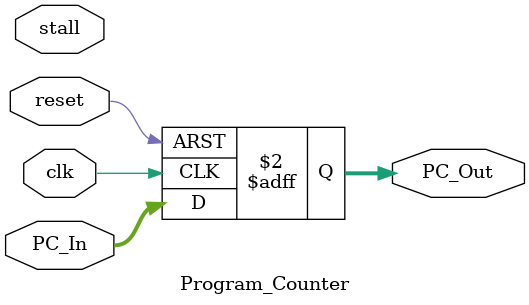
<source format=v>

module Program_Counter
(
	input [63:0] PC_In,
	input clk,reset,
	 input stall,
	output reg[63:0] PC_Out
);

	always@(posedge clk or posedge reset)
	begin
		if(reset)
			PC_Out = 0;
		else
			PC_Out = PC_In;
	end
endmodule
</source>
